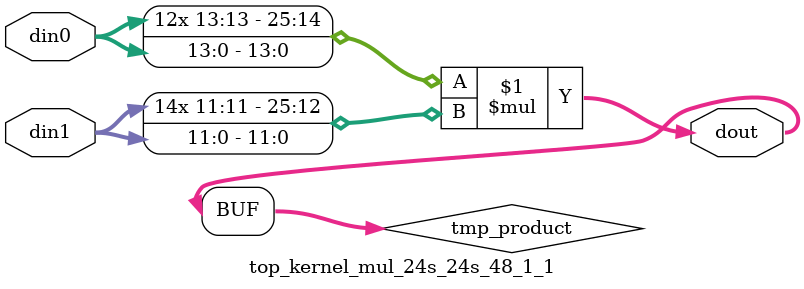
<source format=v>

`timescale 1 ns / 1 ps

 module top_kernel_mul_24s_24s_48_1_1(din0, din1, dout);
parameter ID = 1;
parameter NUM_STAGE = 0;
parameter din0_WIDTH = 14;
parameter din1_WIDTH = 12;
parameter dout_WIDTH = 26;

input [din0_WIDTH - 1 : 0] din0; 
input [din1_WIDTH - 1 : 0] din1; 
output [dout_WIDTH - 1 : 0] dout;

wire signed [dout_WIDTH - 1 : 0] tmp_product;



























assign tmp_product = $signed(din0) * $signed(din1);








assign dout = tmp_product;





















endmodule

</source>
